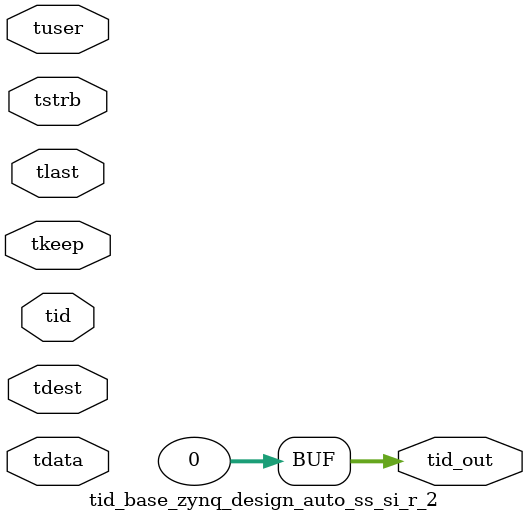
<source format=v>


`timescale 1ps/1ps

module tid_base_zynq_design_auto_ss_si_r_2 #
(
parameter C_S_AXIS_TID_WIDTH   = 1,
parameter C_S_AXIS_TUSER_WIDTH = 0,
parameter C_S_AXIS_TDATA_WIDTH = 0,
parameter C_S_AXIS_TDEST_WIDTH = 0,
parameter C_M_AXIS_TID_WIDTH   = 32
)
(
input  [(C_S_AXIS_TID_WIDTH   == 0 ? 1 : C_S_AXIS_TID_WIDTH)-1:0       ] tid,
input  [(C_S_AXIS_TDATA_WIDTH == 0 ? 1 : C_S_AXIS_TDATA_WIDTH)-1:0     ] tdata,
input  [(C_S_AXIS_TUSER_WIDTH == 0 ? 1 : C_S_AXIS_TUSER_WIDTH)-1:0     ] tuser,
input  [(C_S_AXIS_TDEST_WIDTH == 0 ? 1 : C_S_AXIS_TDEST_WIDTH)-1:0     ] tdest,
input  [(C_S_AXIS_TDATA_WIDTH/8)-1:0 ] tkeep,
input  [(C_S_AXIS_TDATA_WIDTH/8)-1:0 ] tstrb,
input                                                                    tlast,
output [(C_M_AXIS_TID_WIDTH   == 0 ? 1 : C_M_AXIS_TID_WIDTH)-1:0       ] tid_out
);

assign tid_out = {1'b0};

endmodule


</source>
